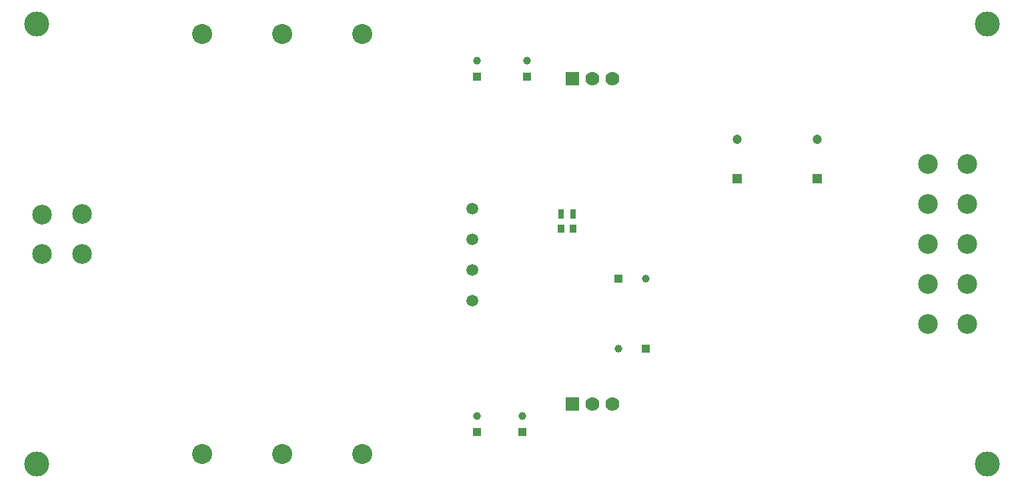
<source format=gbs>
G04 (created by PCBNEW (2013-07-07 BZR 4022)-stable) date 4/14/2014 10:19:51 AM*
%MOIN*%
G04 Gerber Fmt 3.4, Leading zero omitted, Abs format*
%FSLAX34Y34*%
G01*
G70*
G90*
G04 APERTURE LIST*
%ADD10C,0.00590551*%
%ADD11R,0.025X0.045*%
%ADD12C,0.0590551*%
%ADD13R,0.0354X0.0394*%
%ADD14R,0.0393701X0.0393701*%
%ADD15C,0.0393701*%
%ADD16R,0.0472441X0.0472441*%
%ADD17C,0.0472441*%
%ADD18C,0.0984252*%
%ADD19C,0.1*%
%ADD20C,0.07*%
%ADD21R,0.07X0.07*%
%ADD22C,0.125*%
G04 APERTURE END LIST*
G54D10*
G54D11*
X89950Y-58250D03*
X90550Y-58250D03*
G54D12*
X85500Y-62606D03*
X85500Y-61070D03*
X85500Y-59535D03*
X85500Y-58000D03*
G54D13*
X89954Y-59000D03*
X90546Y-59000D03*
G54D14*
X92811Y-61500D03*
G54D15*
X94188Y-61500D03*
G54D14*
X94188Y-65000D03*
G54D15*
X92811Y-65000D03*
G54D14*
X88000Y-69143D03*
G54D15*
X88000Y-68356D03*
G54D14*
X85750Y-69143D03*
G54D15*
X85750Y-68356D03*
G54D14*
X88250Y-51393D03*
G54D15*
X88250Y-50606D03*
G54D14*
X85750Y-51393D03*
G54D15*
X85750Y-50606D03*
G54D16*
X98750Y-56484D03*
G54D17*
X98750Y-54515D03*
G54D16*
X102750Y-56484D03*
G54D17*
X102750Y-54515D03*
G54D18*
X110250Y-63750D03*
X110250Y-61750D03*
X110250Y-59750D03*
X110250Y-57750D03*
X110250Y-55750D03*
X108281Y-63750D03*
X108281Y-61750D03*
X108281Y-59750D03*
X108281Y-57750D03*
X108281Y-55750D03*
X64000Y-60250D03*
X64000Y-58281D03*
X66000Y-60250D03*
X66000Y-58250D03*
G54D19*
X76000Y-70250D03*
X72000Y-70250D03*
X80000Y-70250D03*
X72000Y-49250D03*
X76000Y-49250D03*
X80000Y-49250D03*
G54D20*
X91500Y-67750D03*
X92500Y-67750D03*
G54D21*
X90500Y-67750D03*
G54D20*
X91500Y-51500D03*
X92500Y-51500D03*
G54D21*
X90500Y-51500D03*
G54D22*
X63750Y-70750D03*
X63750Y-48750D03*
X111250Y-48750D03*
X111250Y-70750D03*
M02*

</source>
